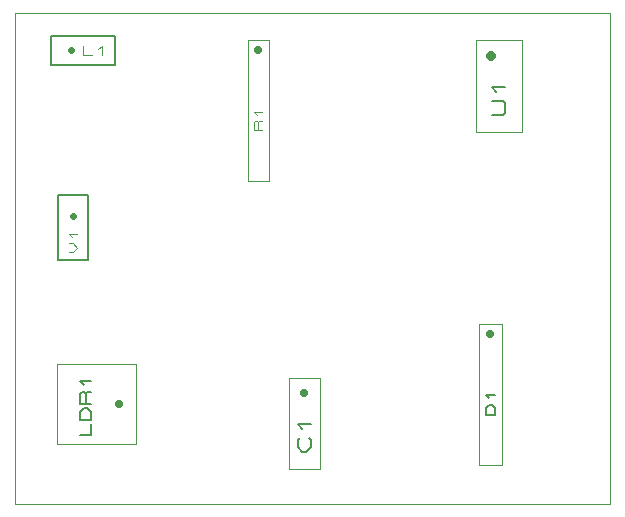
<source format=gbr>
G04 PROTEUS GERBER X2 FILE*
%TF.GenerationSoftware,Labcenter,Proteus,8.17-SP2-Build37159*%
%TF.CreationDate,2024-06-19T08:40:51+00:00*%
%TF.FileFunction,AssemblyDrawing,Top*%
%TF.FilePolarity,Positive*%
%TF.Part,Single*%
%TF.SameCoordinates,{cc4adc65-c152-4fc9-8d13-ce7ccd937357}*%
%FSLAX45Y45*%
%MOMM*%
G01*
%TA.AperFunction,Profile*%
%ADD13C,0.101600*%
%TA.AperFunction,Material*%
%ADD15C,0.101600*%
%ADD71C,0.711200*%
%ADD20C,0.146950*%
%ADD21C,0.177800*%
%ADD22C,0.812800*%
%ADD23C,0.179490*%
%ADD24C,0.128010*%
%ADD25C,0.117340*%
%ADD17C,0.152400*%
%ADD26C,0.558800*%
%ADD27C,0.114270*%
%TD.AperFunction*%
D13*
X-3410000Y-400000D02*
X+1620000Y-400000D01*
X+1620000Y+3760000D01*
X-3410000Y+3760000D01*
X-3410000Y-400000D01*
D15*
X-3062446Y+109054D02*
X-2388554Y+109054D01*
X-2388554Y+782946D01*
X-3062446Y+782946D01*
X-3062446Y+109054D01*
D71*
X-2535000Y+446000D02*
X-2535000Y+446000D01*
D20*
X-2860589Y+181480D02*
X-2772416Y+181480D01*
X-2772416Y+280675D01*
X-2772416Y+313740D02*
X-2860589Y+313740D01*
X-2860589Y+379870D01*
X-2831198Y+412935D01*
X-2801807Y+412935D01*
X-2772416Y+379870D01*
X-2772416Y+313740D01*
X-2772416Y+446000D02*
X-2860589Y+446000D01*
X-2860589Y+528662D01*
X-2845894Y+545195D01*
X-2831198Y+545195D01*
X-2816503Y+528662D01*
X-2816503Y+446000D01*
X-2816503Y+528662D02*
X-2801807Y+545195D01*
X-2772416Y+545195D01*
X-2831198Y+611325D02*
X-2860589Y+644390D01*
X-2772416Y+644390D01*
D15*
X-1096080Y-103080D02*
X-831920Y-103080D01*
X-831920Y+669080D01*
X-1096080Y+669080D01*
X-1096080Y-103080D01*
D71*
X-964000Y+537000D02*
X-964000Y+537000D01*
D21*
X-928440Y+159175D02*
X-910660Y+139172D01*
X-910660Y+79165D01*
X-946220Y+39160D01*
X-981780Y+39160D01*
X-1017340Y+79165D01*
X-1017340Y+139172D01*
X-999560Y+159175D01*
X-981780Y+239185D02*
X-1017340Y+279190D01*
X-910660Y+279190D01*
D15*
X+484920Y+2752920D02*
X+876080Y+2752920D01*
X+876080Y+3525080D01*
X+484920Y+3525080D01*
X+484920Y+2752920D01*
D22*
X+617000Y+3393000D02*
X+617000Y+3393000D01*
D23*
X+626652Y+2891097D02*
X+716399Y+2891097D01*
X+734348Y+2911289D01*
X+734348Y+2992061D01*
X+716399Y+3012254D01*
X+626652Y+3012254D01*
X+662551Y+3093025D02*
X+626652Y+3133411D01*
X+734348Y+3133411D01*
D15*
X+512480Y-64900D02*
X+705520Y-64900D01*
X+705520Y+1128900D01*
X+512480Y+1128900D01*
X+512480Y-64900D01*
D71*
X+609000Y+1040000D02*
X+609000Y+1040000D01*
D24*
X+647404Y+354557D02*
X+570595Y+354557D01*
X+570595Y+412163D01*
X+596198Y+440966D01*
X+621801Y+440966D01*
X+647404Y+412163D01*
X+647404Y+354557D01*
X+596198Y+498573D02*
X+570595Y+527376D01*
X+647404Y+527376D01*
D15*
X-1444900Y+2336100D02*
X-1267100Y+2336100D01*
X-1267100Y+3529900D01*
X-1444900Y+3529900D01*
X-1444900Y+2336100D01*
D71*
X-1356000Y+3441000D02*
X-1356000Y+3441000D01*
D25*
X-1320796Y+2765158D02*
X-1391204Y+2765158D01*
X-1391204Y+2831165D01*
X-1379469Y+2844367D01*
X-1367735Y+2844367D01*
X-1356000Y+2831165D01*
X-1356000Y+2765158D01*
X-1356000Y+2831165D02*
X-1344265Y+2844367D01*
X-1320796Y+2844367D01*
X-1367735Y+2897173D02*
X-1391204Y+2923576D01*
X-1320796Y+2923576D01*
D17*
X-3112320Y+3566400D02*
X-3112320Y+3314940D01*
X-2563680Y+3314940D01*
X-2563680Y+3566400D01*
X-3112320Y+3566400D01*
X-3112320Y+3314940D01*
X-2563680Y+3314940D01*
X-2563680Y+3566400D01*
X-3112320Y+3566400D01*
D26*
X-2938000Y+3441000D02*
X-2938000Y+3441000D01*
D27*
X-2835906Y+3474952D02*
X-2835906Y+3406387D01*
X-2758772Y+3406387D01*
X-2707349Y+3452097D02*
X-2681637Y+3474952D01*
X-2681637Y+3406387D01*
D17*
X-2794600Y+2214320D02*
X-3046060Y+2214320D01*
X-3046060Y+1665680D01*
X-2794600Y+1665680D01*
X-2794600Y+2214320D01*
X-3046060Y+2214320D01*
X-3046060Y+1665680D01*
X-2794600Y+1665680D01*
X-2794600Y+2214320D01*
D26*
X-2920000Y+2040000D02*
X-2920000Y+2040000D01*
D27*
X-2954612Y+1732214D02*
X-2920330Y+1732214D01*
X-2886047Y+1770781D01*
X-2920330Y+1809348D01*
X-2954612Y+1809348D01*
X-2931757Y+1860771D02*
X-2954612Y+1886483D01*
X-2886047Y+1886483D01*
M02*

</source>
